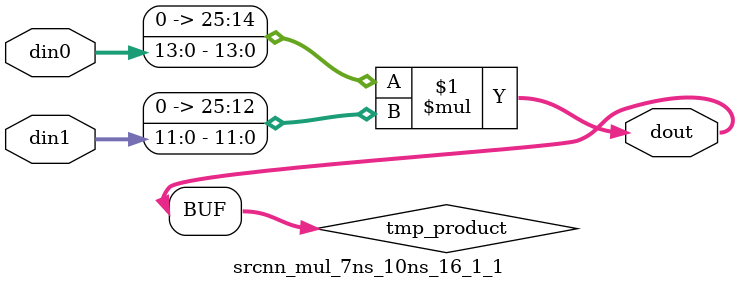
<source format=v>

`timescale 1 ns / 1 ps

  module srcnn_mul_7ns_10ns_16_1_1(din0, din1, dout);
parameter ID = 1;
parameter NUM_STAGE = 0;
parameter din0_WIDTH = 14;
parameter din1_WIDTH = 12;
parameter dout_WIDTH = 26;

input [din0_WIDTH - 1 : 0] din0; 
input [din1_WIDTH - 1 : 0] din1; 
output [dout_WIDTH - 1 : 0] dout;

wire signed [dout_WIDTH - 1 : 0] tmp_product;










assign tmp_product = $signed({1'b0, din0}) * $signed({1'b0, din1});











assign dout = tmp_product;







endmodule

</source>
